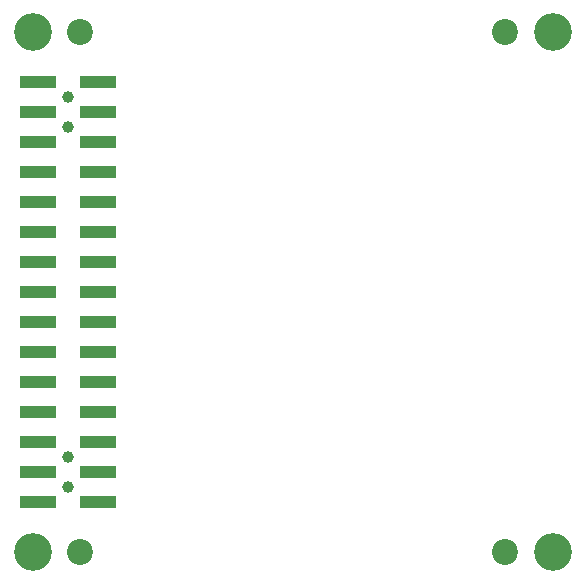
<source format=gts>
G04 #@! TF.GenerationSoftware,KiCad,Pcbnew,(5.1.8-0-10_14)*
G04 #@! TF.CreationDate,2021-04-05T23:51:01+09:00*
G04 #@! TF.ProjectId,M5_template,4d355f74-656d-4706-9c61-74652e6b6963,ver 0.1*
G04 #@! TF.SameCoordinates,Original*
G04 #@! TF.FileFunction,Soldermask,Top*
G04 #@! TF.FilePolarity,Negative*
%FSLAX46Y46*%
G04 Gerber Fmt 4.6, Leading zero omitted, Abs format (unit mm)*
G04 Created by KiCad (PCBNEW (5.1.8-0-10_14)) date 2021-04-05 23:51:01*
%MOMM*%
%LPD*%
G01*
G04 APERTURE LIST*
%ADD10C,1.000000*%
%ADD11R,3.150000X1.000000*%
%ADD12C,3.200000*%
%ADD13C,2.200000*%
G04 APERTURE END LIST*
D10*
X110000000Y-121970000D03*
X110000000Y-124510000D03*
X110000000Y-94030000D03*
D11*
X107475000Y-90220000D03*
X107475000Y-102920000D03*
X107475000Y-100380000D03*
X107475000Y-97840000D03*
X107475000Y-95300000D03*
X107475000Y-92760000D03*
X112525000Y-90220000D03*
X112525000Y-92760000D03*
X112525000Y-95300000D03*
X112525000Y-97840000D03*
X112525000Y-100380000D03*
X112525000Y-102920000D03*
X107475000Y-105460000D03*
X112525000Y-105460000D03*
X107475000Y-108000000D03*
X112525000Y-108000000D03*
X107475000Y-110540000D03*
X112525000Y-110540000D03*
X107475000Y-113080000D03*
X112525000Y-113080000D03*
X107475000Y-115620000D03*
X112525000Y-115620000D03*
X107475000Y-118160000D03*
X112525000Y-118160000D03*
X107475000Y-120700000D03*
X112525000Y-120700000D03*
X107475000Y-123240000D03*
X112525000Y-123240000D03*
X107475000Y-125780000D03*
X112525000Y-125780000D03*
D10*
X110000000Y-91490000D03*
D12*
X107000000Y-130000000D03*
X107000000Y-86000000D03*
X151000000Y-86000000D03*
X151000000Y-130000000D03*
D13*
X111000000Y-130000000D03*
X111000000Y-86000000D03*
X147000000Y-86000000D03*
X147000000Y-130000000D03*
M02*

</source>
